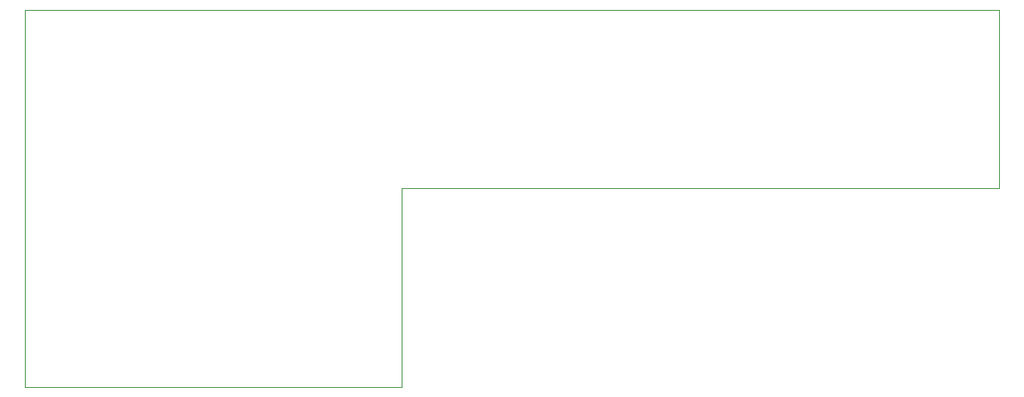
<source format=gbr>
G04 (created by PCBNEW (2013-07-07 BZR 4022)-stable) date 26/01/2014 9:48:07 PM*
%MOIN*%
G04 Gerber Fmt 3.4, Leading zero omitted, Abs format*
%FSLAX34Y34*%
G01*
G70*
G90*
G04 APERTURE LIST*
%ADD10C,0.00590551*%
%ADD11C,0.00393701*%
G04 APERTURE END LIST*
G54D10*
G54D11*
X4724Y-19901D02*
X4724Y-4724D01*
X4744Y-19901D02*
X4724Y-19901D01*
X19862Y-19901D02*
X4744Y-19901D01*
X19862Y-11889D02*
X19862Y-19901D01*
X43858Y-11889D02*
X19862Y-11889D01*
X43858Y-4724D02*
X43858Y-11889D01*
X4724Y-4724D02*
X43858Y-4724D01*
M02*

</source>
